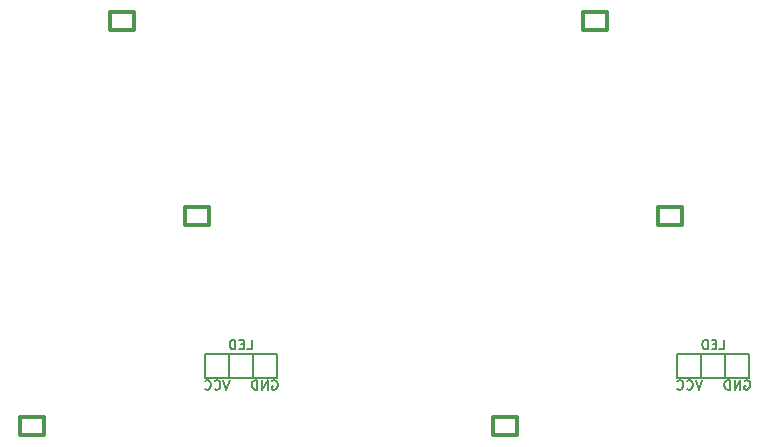
<source format=gbo>
G04 #@! TF.GenerationSoftware,KiCad,Pcbnew,5.0.2-bee76a0~70~ubuntu18.04.1*
G04 #@! TF.CreationDate,2019-06-15T01:44:12+09:00*
G04 #@! TF.ProjectId,shield,73686965-6c64-42e6-9b69-6361645f7063,rev?*
G04 #@! TF.SameCoordinates,Original*
G04 #@! TF.FileFunction,Legend,Bot*
G04 #@! TF.FilePolarity,Positive*
%FSLAX46Y46*%
G04 Gerber Fmt 4.6, Leading zero omitted, Abs format (unit mm)*
G04 Created by KiCad (PCBNEW 5.0.2-bee76a0~70~ubuntu18.04.1) date 2019年06月15日 01時44分12秒*
%MOMM*%
%LPD*%
G01*
G04 APERTURE LIST*
%ADD10C,0.300000*%
%ADD11C,0.150000*%
G04 APERTURE END LIST*
D10*
G04 #@! TO.C,L1*
X115190000Y-72060000D02*
X115190000Y-73510000D01*
X115190000Y-73510000D02*
X113140000Y-73510000D01*
X113140000Y-73510000D02*
X113140000Y-72060000D01*
X113140000Y-72060000D02*
X115190000Y-72060000D01*
D11*
G04 #@! TO.C,GND*
X132858000Y-68691000D02*
X132858000Y-66691000D01*
X134858000Y-68691000D02*
X132858000Y-68691000D01*
X134858000Y-66691000D02*
X134858000Y-68691000D01*
X132858000Y-66691000D02*
X134858000Y-66691000D01*
D10*
G04 #@! TO.C,L3*
X122810000Y-37770000D02*
X122810000Y-39220000D01*
X122810000Y-39220000D02*
X120760000Y-39220000D01*
X120760000Y-39220000D02*
X120760000Y-37770000D01*
X120760000Y-37770000D02*
X122810000Y-37770000D01*
D11*
G04 #@! TO.C,VCC*
X128794000Y-68691000D02*
X128794000Y-66691000D01*
X130794000Y-68691000D02*
X128794000Y-68691000D01*
X130794000Y-66691000D02*
X130794000Y-68691000D01*
X128794000Y-66691000D02*
X130794000Y-66691000D01*
D10*
G04 #@! TO.C,L2*
X129160000Y-54280000D02*
X129160000Y-55730000D01*
X129160000Y-55730000D02*
X127110000Y-55730000D01*
X127110000Y-55730000D02*
X127110000Y-54280000D01*
X127110000Y-54280000D02*
X129160000Y-54280000D01*
D11*
G04 #@! TO.C,LED*
X130826000Y-68691000D02*
X130826000Y-66691000D01*
X132826000Y-68691000D02*
X130826000Y-68691000D01*
X132826000Y-66691000D02*
X132826000Y-68691000D01*
X130826000Y-66691000D02*
X132826000Y-66691000D01*
G04 #@! TO.C,GND*
X92853000Y-66691000D02*
X94853000Y-66691000D01*
X94853000Y-66691000D02*
X94853000Y-68691000D01*
X94853000Y-68691000D02*
X92853000Y-68691000D01*
X92853000Y-68691000D02*
X92853000Y-66691000D01*
G04 #@! TO.C,VCC*
X88789000Y-66691000D02*
X90789000Y-66691000D01*
X90789000Y-66691000D02*
X90789000Y-68691000D01*
X90789000Y-68691000D02*
X88789000Y-68691000D01*
X88789000Y-68691000D02*
X88789000Y-66691000D01*
G04 #@! TO.C,LED*
X90821000Y-66691000D02*
X92821000Y-66691000D01*
X92821000Y-66691000D02*
X92821000Y-68691000D01*
X92821000Y-68691000D02*
X90821000Y-68691000D01*
X90821000Y-68691000D02*
X90821000Y-66691000D01*
D10*
G04 #@! TO.C,L1*
X73135000Y-72060000D02*
X75185000Y-72060000D01*
X73135000Y-73510000D02*
X73135000Y-72060000D01*
X75185000Y-73510000D02*
X73135000Y-73510000D01*
X75185000Y-72060000D02*
X75185000Y-73510000D01*
G04 #@! TO.C,L2*
X87105000Y-54280000D02*
X89155000Y-54280000D01*
X87105000Y-55730000D02*
X87105000Y-54280000D01*
X89155000Y-55730000D02*
X87105000Y-55730000D01*
X89155000Y-54280000D02*
X89155000Y-55730000D01*
G04 #@! TO.C,L3*
X80755000Y-37770000D02*
X82805000Y-37770000D01*
X80755000Y-39220000D02*
X80755000Y-37770000D01*
X82805000Y-39220000D02*
X80755000Y-39220000D01*
X82805000Y-37770000D02*
X82805000Y-39220000D01*
G04 #@! TO.C,GND*
D11*
X134477276Y-68935600D02*
X134554685Y-68896895D01*
X134670800Y-68896895D01*
X134786914Y-68935600D01*
X134864323Y-69013009D01*
X134903028Y-69090419D01*
X134941733Y-69245238D01*
X134941733Y-69361352D01*
X134903028Y-69516171D01*
X134864323Y-69593580D01*
X134786914Y-69670990D01*
X134670800Y-69709695D01*
X134593390Y-69709695D01*
X134477276Y-69670990D01*
X134438571Y-69632285D01*
X134438571Y-69361352D01*
X134593390Y-69361352D01*
X134090228Y-69709695D02*
X134090228Y-68896895D01*
X133625771Y-69709695D01*
X133625771Y-68896895D01*
X133238723Y-69709695D02*
X133238723Y-68896895D01*
X133045200Y-68896895D01*
X132929085Y-68935600D01*
X132851676Y-69013009D01*
X132812971Y-69090419D01*
X132774266Y-69245238D01*
X132774266Y-69361352D01*
X132812971Y-69516171D01*
X132851676Y-69593580D01*
X132929085Y-69670990D01*
X133045200Y-69709695D01*
X133238723Y-69709695D01*
G04 #@! TO.C,VCC*
X130877733Y-68896895D02*
X130606800Y-69709695D01*
X130335866Y-68896895D01*
X129600476Y-69632285D02*
X129639180Y-69670990D01*
X129755295Y-69709695D01*
X129832704Y-69709695D01*
X129948819Y-69670990D01*
X130026228Y-69593580D01*
X130064933Y-69516171D01*
X130103638Y-69361352D01*
X130103638Y-69245238D01*
X130064933Y-69090419D01*
X130026228Y-69013009D01*
X129948819Y-68935600D01*
X129832704Y-68896895D01*
X129755295Y-68896895D01*
X129639180Y-68935600D01*
X129600476Y-68974304D01*
X128787676Y-69632285D02*
X128826380Y-69670990D01*
X128942495Y-69709695D01*
X129019904Y-69709695D01*
X129136019Y-69670990D01*
X129213428Y-69593580D01*
X129252133Y-69516171D01*
X129290838Y-69361352D01*
X129290838Y-69245238D01*
X129252133Y-69090419D01*
X129213428Y-69013009D01*
X129136019Y-68935600D01*
X129019904Y-68896895D01*
X128942495Y-68896895D01*
X128826380Y-68935600D01*
X128787676Y-68974304D01*
G04 #@! TO.C,LED*
X132348514Y-66280695D02*
X132735561Y-66280695D01*
X132735561Y-65467895D01*
X132077580Y-65854942D02*
X131806647Y-65854942D01*
X131690533Y-66280695D02*
X132077580Y-66280695D01*
X132077580Y-65467895D01*
X131690533Y-65467895D01*
X131342190Y-66280695D02*
X131342190Y-65467895D01*
X131148666Y-65467895D01*
X131032552Y-65506600D01*
X130955142Y-65584009D01*
X130916438Y-65661419D01*
X130877733Y-65816238D01*
X130877733Y-65932352D01*
X130916438Y-66087171D01*
X130955142Y-66164580D01*
X131032552Y-66241990D01*
X131148666Y-66280695D01*
X131342190Y-66280695D01*
G04 #@! TO.C,GND*
X94472276Y-68935600D02*
X94549685Y-68896895D01*
X94665800Y-68896895D01*
X94781914Y-68935600D01*
X94859323Y-69013009D01*
X94898028Y-69090419D01*
X94936733Y-69245238D01*
X94936733Y-69361352D01*
X94898028Y-69516171D01*
X94859323Y-69593580D01*
X94781914Y-69670990D01*
X94665800Y-69709695D01*
X94588390Y-69709695D01*
X94472276Y-69670990D01*
X94433571Y-69632285D01*
X94433571Y-69361352D01*
X94588390Y-69361352D01*
X94085228Y-69709695D02*
X94085228Y-68896895D01*
X93620771Y-69709695D01*
X93620771Y-68896895D01*
X93233723Y-69709695D02*
X93233723Y-68896895D01*
X93040200Y-68896895D01*
X92924085Y-68935600D01*
X92846676Y-69013009D01*
X92807971Y-69090419D01*
X92769266Y-69245238D01*
X92769266Y-69361352D01*
X92807971Y-69516171D01*
X92846676Y-69593580D01*
X92924085Y-69670990D01*
X93040200Y-69709695D01*
X93233723Y-69709695D01*
G04 #@! TO.C,VCC*
X90872733Y-68896895D02*
X90601800Y-69709695D01*
X90330866Y-68896895D01*
X89595476Y-69632285D02*
X89634180Y-69670990D01*
X89750295Y-69709695D01*
X89827704Y-69709695D01*
X89943819Y-69670990D01*
X90021228Y-69593580D01*
X90059933Y-69516171D01*
X90098638Y-69361352D01*
X90098638Y-69245238D01*
X90059933Y-69090419D01*
X90021228Y-69013009D01*
X89943819Y-68935600D01*
X89827704Y-68896895D01*
X89750295Y-68896895D01*
X89634180Y-68935600D01*
X89595476Y-68974304D01*
X88782676Y-69632285D02*
X88821380Y-69670990D01*
X88937495Y-69709695D01*
X89014904Y-69709695D01*
X89131019Y-69670990D01*
X89208428Y-69593580D01*
X89247133Y-69516171D01*
X89285838Y-69361352D01*
X89285838Y-69245238D01*
X89247133Y-69090419D01*
X89208428Y-69013009D01*
X89131019Y-68935600D01*
X89014904Y-68896895D01*
X88937495Y-68896895D01*
X88821380Y-68935600D01*
X88782676Y-68974304D01*
G04 #@! TO.C,LED*
X92343514Y-66280695D02*
X92730561Y-66280695D01*
X92730561Y-65467895D01*
X92072580Y-65854942D02*
X91801647Y-65854942D01*
X91685533Y-66280695D02*
X92072580Y-66280695D01*
X92072580Y-65467895D01*
X91685533Y-65467895D01*
X91337190Y-66280695D02*
X91337190Y-65467895D01*
X91143666Y-65467895D01*
X91027552Y-65506600D01*
X90950142Y-65584009D01*
X90911438Y-65661419D01*
X90872733Y-65816238D01*
X90872733Y-65932352D01*
X90911438Y-66087171D01*
X90950142Y-66164580D01*
X91027552Y-66241990D01*
X91143666Y-66280695D01*
X91337190Y-66280695D01*
G04 #@! TD*
M02*

</source>
